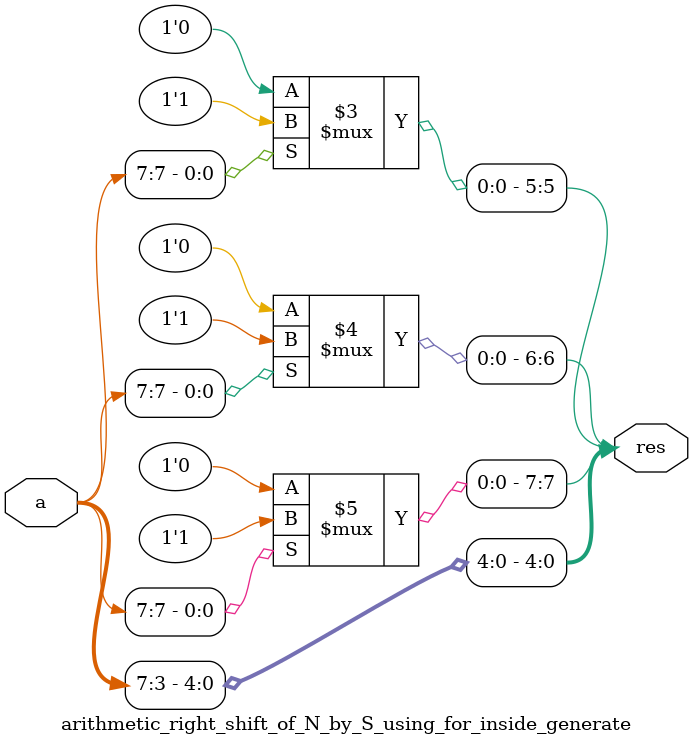
<source format=sv>

module arithmetic_right_shift_of_N_by_S_using_arithmetic_right_shift_operation
# (parameter N = 8, S = 3)
(input  [N - 1:0] a, output [N - 1:0] res);

  wire signed [N - 1:0] as = a;
  assign res = as >>> S;

endmodule

//----------------------------------------------------------------------------
// Task
//----------------------------------------------------------------------------

module arithmetic_right_shift_of_N_by_S_using_concatenation
# (parameter N = 8, S = 3)
(input  [N - 1:0] a, output [N - 1:0] res);

  // Task:
  //
  // Implement a module with the logic for the arithmetic right shift,
  // but without using ">>>" operation. You are allowed to use only
  // concatenations ({a, b}), bit repetitions ({ a { b }}), bit slices
  // and constant expressions.
  
  assign res = a[N-1]? {{S{1'b1}},a[N-1:S]}: {{S{1'b0}},a[N-1:S]} ;


endmodule

module arithmetic_right_shift_of_N_by_S_using_for_inside_always
# (parameter N = 8, S = 3)
(input  [N - 1:0] a, output logic [N - 1:0] res);

  // Task:
  //
  // Implement a module with the logic for the arithmetic right shift,
  // but without using ">>>" operation, concatenations or bit slices.
  // You are allowed to use only "always_comb" with a "for" loop
  // that iterates through the individual bits of the input.
  
    always_comb
  for(int i=0;i<N;i++)
  res [i] = i < N-S ? a[i+S] : (a[N-1]?1'b1:1'b0);



endmodule

module arithmetic_right_shift_of_N_by_S_using_for_inside_generate
# (parameter N = 8, S = 3)
(input  [N - 1:0] a, output [N - 1:0] res);

  // Task:
  // Implement a module that arithmetically shifts input exactly
  // by `S` bits to the right using "generate" and "for"
  
      genvar i;

  generate
    for (i = 0; i < N; i ++)
      if (i < N-S) begin : shifted_bit_gen
        
        assign res [i] = a [i+S];
      end
      else begin : zero_bit
        assign res [i] = a[N-1]?1'b1:1'b0;
      end
  endgenerate



endmodule

</source>
